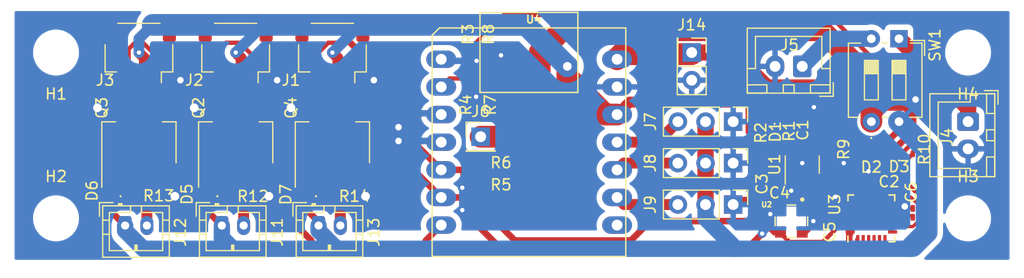
<source format=kicad_pcb>
(kicad_pcb (version 20211014) (generator pcbnew)
  (layers (0 "F.Cu" signal) (31 "B.Cu" signal) (34 "B.Paste" user) (35 "F.Paste" user) (36 "B.SilkS" user "B.Silkscreen") (37 "F.SilkS" user "F.Silkscreen") (38 "B.Mask" user) (39 "F.Mask" user) (44 "Edge.Cuts" user))
  (net 0 "")
  (net 1 "VUSB")
  (net 2 "GND")
  (net 3 "+3.3V")
  (net 4 "DIP_1b")
  (net 5 "Net-(C5-Pad1)")
  (net 6 "Net-(C6-Pad1)")
  (net 7 "Net-(D1-Pad1)")
  (net 8 "Net-(D2-Pad1)")
  (net 9 "Net-(D3-Pad1)")
  (net 10 "DIP_2b")
  (net 11 "Net-(D5-Pad1)")
  (net 12 "Net-(D6-Pad1)")
  (net 13 "Net-(D7-Pad1)")
  (net 14 "SDA")
  (net 15 "SCL")
  (net 16 "DIP_1a")
  (net 17 "DIP_2a")
  (net 18 "Servo1")
  (net 19 "Servo2")
  (net 20 "Servo3")
  (net 21 "Net-(J11-Pad2)")
  (net 22 "Net-(J12-Pad2)")
  (net 23 "Net-(J13-Pad2)")
  (net 24 "OUT1")
  (net 25 "OUT3")
  (net 26 "OUT2")
  (net 27 "OUT4")
  (net 28 "Net-(R1-Pad1)")
  (net 29 "STAT")
  (net 30 "MON_BAT_POWER")
  (net 31 "MON_BAT_uC")
  (footprint "LED_SMD:LED_0201_0603Metric_Pad0.64x0.40mm_HandSolder" (layer "F.Cu") (at 176.53 100.33 -90)
    (fp_text reference "D2")
    (fp_text value "LED")
  )
  (footprint "Resistor_SMD:R_0201_0603Metric_Pad0.64x0.40mm_HandSolder" (layer "F.Cu") (at 175.26 100.33 -90)
    (fp_text reference "R9")
    (fp_text value "1k")
  )
  (footprint "Connector_PinHeader_2.54mm:PinHeader_1x03_P2.54mm_Vertical" (layer "F.Cu") (at 163.83 101.6 -90)
    (fp_text reference "J8")
    (fp_text value "Conn_01x03")
  )
  (footprint "MountingHole:MountingHole_3.2mm_M3_ISO7380" (layer "F.Cu") (at 185.42 91.44)
    (fp_text reference "H4")
    (fp_text value "MountingHole")
  )
  (footprint "MountingHole:MountingHole_3.2mm_M3_ISO7380" (layer "F.Cu") (at 101.6 106.68)
    (fp_text reference "H2")
    (fp_text value "MountingHole")
  )
  (footprint "LED_SMD:LED_0201_0603Metric_Pad0.64x0.40mm_HandSolder" (layer "F.Cu") (at 106.5015 104.648 180)
    (fp_text reference "D6")
    (fp_text value "LED")
  )
  (footprint "Resistor_SMD:R_0201_0603Metric_Pad0.64x0.40mm_HandSolder" (layer "F.Cu") (at 139.446 91.694 -90)
    (fp_text reference "R3")
    (fp_text value "10K")
  )
  (footprint "Project_custom:MOUDLE14P-SMD-2.54-21X17.8MM" (layer "F.Cu") (at 136.164 110.17925)
    (fp_text reference "U4")
    (fp_text value "MOUDLE-SEEEDUINO-XIAO-ESP32C3")
  )
  (footprint "MountingHole:MountingHole_3.2mm_M3_ISO7380" (layer "F.Cu") (at 101.6 91.44)
    (fp_text reference "H1")
    (fp_text value "MountingHole")
  )
  (footprint "Connector_PinHeader_2.54mm:PinHeader_1x01_P2.54mm_Vertical" (layer "F.Cu") (at 140.620819 99.176647)
    (fp_text reference "J6")
    (fp_text value "BAT_PCB+")
  )
  (footprint "Project_custom:TE_MS563702BA03-50" (layer "F.Cu") (at 169.18 106.95 -90)
    (fp_text reference "U2")
    (fp_text value "MS563702BA03-50")
  )
  (footprint "Connector_JST:JST_XH_B2B-XH-A_1x02_P2.50mm_Vertical" (layer "F.Cu") (at 170.18 92.71 180)
    (fp_text reference "J5")
    (fp_text value "BAT_uC")
  )
  (footprint "Resistor_SMD:R_0201_0603Metric_Pad0.64x0.40mm_HandSolder" (layer "F.Cu") (at 108.5335 104.648)
    (fp_text reference "R13")
    (fp_text value "1k")
  )
  (footprint "LED_SMD:LED_0201_0603Metric_Pad0.64x0.40mm_HandSolder" (layer "F.Cu") (at 124.46 104.648 180)
    (fp_text reference "D7")
    (fp_text value "LED")
  )
  (footprint "Resistor_SMD:R_0201_0603Metric_Pad0.64x0.40mm_HandSolder" (layer "F.Cu") (at 141.224 91.694 90)
    (fp_text reference "R8")
    (fp_text value "10K")
  )
  (footprint "Connector_JST:JST_PH_B2B-PH-K_1x02_P2.00mm_Vertical" (layer "F.Cu") (at 125.73 107.34)
    (fp_text reference "J13")
    (fp_text value "Conn_01x02")
  )
  (footprint "Connector_PinHeader_2.54mm:PinHeader_2x01_P2.54mm_Vertical" (layer "F.Cu") (at 160.02 91.44 -90)
    (fp_text reference "J14")
    (fp_text value "BAT_CHARGE")
  )
  (footprint "Resistor_SMD:R_0201_0603Metric_Pad0.64x0.40mm_HandSolder" (layer "F.Cu") (at 168.91 96.897888 90)
    (fp_text reference "R1")
    (fp_text value "3.3k")
  )
  (footprint "Connector_JST:JST_SH_SM04B-SRSS-TB_1x04-1MP_P1.00mm_Horizontal" (layer "F.Cu") (at 118.11 91.44 180)
    (fp_text reference "J2")
    (fp_text value "QWIIC")
  )
  (footprint "Connector_JST:JST_PH_B2B-PH-K_1x02_P2.00mm_Vertical" (layer "F.Cu") (at 116.84 107.34)
    (fp_text reference "J11")
    (fp_text value "Conn_01x02")
  )
  (footprint "Resistor_SMD:R_0201_0603Metric_Pad0.64x0.40mm_HandSolder" (layer "F.Cu") (at 142.494 104.648)
    (fp_text reference "R5")
    (fp_text value "10k")
  )
  (footprint "Resistor_SMD:R_0201_0603Metric_Pad0.64x0.40mm_HandSolder" (layer "F.Cu") (at 142.494 102.616)
    (fp_text reference "R6")
    (fp_text value "10k")
  )
  (footprint "Capacitor_SMD:C_0201_0603Metric_Pad0.64x0.40mm_HandSolder" (layer "F.Cu") (at 170.631278 104.338104 180)
    (fp_text reference "C4")
    (fp_text value "4.7uF")
  )
  (footprint "Package_TO_SOT_SMD:SOT-223" (layer "F.Cu") (at 127 99.72 90)
    (fp_text reference "Q4")
    (fp_text value "BSP75N")
  )
  (footprint "Sensor_Motion:InvenSense_QFN-24_4x4mm_P0.5mm" (layer "F.Cu") (at 176.53 106.68 90)
    (fp_text reference "U3")
    (fp_text value "MPU-6050")
  )
  (footprint "Button_Switch_THT:SW_DIP_SPSTx02_Slide_6.7x6.64mm_W7.62mm_P2.54mm_LowProfile" (layer "F.Cu") (at 179.07 90.17 -90)
    (fp_text reference "SW1")
    (fp_text value "SW_DIP_x02")
  )
  (footprint "Connector_JST:JST_XH_B2B-XH-A_1x02_P2.50mm_Vertical" (layer "F.Cu") (at 185.42 97.79 -90)
    (fp_text reference "J4")
    (fp_text value "BAT_POWER")
  )
  (footprint "Resistor_SMD:R_0201_0603Metric_Pad0.64x0.40mm_HandSolder" (layer "F.Cu") (at 117.348 104.648)
    (fp_text reference "R12")
    (fp_text value "1k")
  )
  (footprint "Package_TO_SOT_SMD:SOT-223" (layer "F.Cu") (at 118.11 99.72 90)
    (fp_text reference "Q2")
    (fp_text value "BSP75N")
  )
  (footprint "Resistor_SMD:R_0201_0603Metric_Pad0.64x0.40mm_HandSolder" (layer "F.Cu") (at 166.37 96.9525 -90)
    (fp_text reference "R2")
    (fp_text value "470")
  )
  (footprint "Connector_PinHeader_2.54mm:PinHeader_1x03_P2.54mm_Vertical" (layer "F.Cu") (at 163.83 97.79 -90)
    (fp_text reference "J7")
    (fp_text value "Conn_01x03")
  )
  (footprint "Capacitor_SMD:C_0201_0603Metric_Pad0.64x0.40mm_HandSolder" (layer "F.Cu") (at 172.212 106.426 -90)
    (fp_text reference "C5")
    (fp_text value "2.2nF")
  )
  (footprint "LED_SMD:LED_0201_0603Metric_Pad0.64x0.40mm_HandSolder" (layer "F.Cu") (at 115.3915 104.648 180)
    (fp_text reference "D5")
    (fp_text value "LED")
  )
  (footprint "Resistor_SMD:R_0201_0603Metric_Pad0.64x0.40mm_HandSolder" (layer "F.Cu") (at 141.224 94.234 90)
    (fp_text reference "R7")
    (fp_text value "10K")
  )
  (footprint "Package_TO_SOT_SMD:SOT-23-5" (layer "F.Cu") (at 170.18 101.7325 90)
    (fp_text reference "U1")
    (fp_text value "MCP73831-2-OT")
  )
  (footprint "Resistor_SMD:R_0201_0603Metric_Pad0.64x0.40mm_HandSolder" (layer "F.Cu") (at 180.34 100.33 -90)
    (fp_text reference "R10")
    (fp_text value "1k")
  )
  (footprint "Connector_JST:JST_SH_SM04B-SRSS-TB_1x04-1MP_P1.00mm_Horizontal" (layer "F.Cu") (at 127 91.44 180)
    (fp_text reference "J1")
    (fp_text value "QWIIC")
  )
  (footprint "Capacitor_SMD:C_0201_0603Metric_Pad0.64x0.40mm_HandSolder" (layer "F.Cu") (at 170.18 96.9525 90)
    (fp_text reference "C1")
    (fp_text value "4.7uF")
  )
  (footprint "LED_SMD:LED_0201_0603Metric_Pad0.64x0.40mm_HandSolder" (layer "F.Cu") (at 179.07 100.33 90)
    (fp_text reference "D3")
    (fp_text value "LED")
  )
  (footprint "MountingHole:MountingHole_3.2mm_M3_ISO7380" (layer "F.Cu") (at 185.42 106.68)
    (fp_text reference "H3")
    (fp_text value "MountingHole")
  )
  (footprint "Package_TO_SOT_SMD:SOT-223" (layer "F.Cu") (at 109.22 99.72 90)
    (fp_text reference "Q3")
    (fp_text value "BSP75N")
  )
  (footprint "Resistor_SMD:R_0201_0603Metric_Pad0.64x0.40mm_HandSolder" (layer "F.Cu") (at 139.446 94.234 -90)
    (fp_text reference "R4")
    (fp_text value "10K")
  )
  (footprint "Capacitor_SMD:C_0201_0603Metric_Pad0.64x0.40mm_HandSolder" (layer "F.Cu") (at 180.34 106.172 90)
    (fp_text reference "C6")
    (fp_text value "100nF")
  )
  (footprint "Connector_PinHeader_2.54mm:PinHeader_1x03_P2.54mm_Vertical" (layer "F.Cu") (at 163.83 105.41 -90)
    (fp_text reference "J9")
    (fp_text value "Conn_01x03")
  )
  (footprint "Capacitor_SMD:C_0201_0603Metric_Pad0.64x0.40mm_HandSolder" (layer "F.Cu") (at 176.035151 103.229216 180)
    (fp_text reference "C2")
    (fp_text value "100nF")
  )
  (footprint "Connector_JST:JST_PH_B2B-PH-K_1x02_P2.00mm_Vertical" (layer "F.Cu") (at 107.95 107.34)
    (fp_text reference "J12")
    (fp_text value "Conn_01x02")
  )
  (footprint "LED_SMD:LED_0201_0603Metric_Pad0.64x0.40mm_HandSolder" (layer "F.Cu") (at 167.64 96.9525 90)
    (fp_text reference "D1")
    (fp_text value "LED")
  )
  (footprint "Connector_JST:JST_SH_SM04B-SRSS-TB_1x04-1MP_P1.00mm_Horizontal" (layer "F.Cu") (at 109.22 91.44 180)
    (fp_text reference "J3")
    (fp_text value "QWIIC")
  )
  (footprint "Capacitor_SMD:C_0201_0603Metric_Pad0.64x0.40mm_HandSolder" (layer "F.Cu") (at 166.37 105.41 90)
    (fp_text reference "C3")
    (fp_text value "100nF")
  )
  (footprint "Resistor_SMD:R_0201_0603Metric_Pad0.64x0.40mm_HandSolder" (layer "F.Cu") (at 126.492 104.648)
    (fp_text reference "R14")
    (fp_text value "1k")
  )
  (segment (start 172.6 97.67) (end 172.6 99.18) (width 1.5) (layer "F.Cu") (net 1))
  (segment (start 160.02 91.44) (end 163.714416 91.44) (width 1.5) (layer "F.Cu") (net 1))
  (segment (start 166.934416 94.66) (end 166.934416 95.814416) (width 0.6) (layer "F.Cu") (net 1))
  (segment (start 153.164 91.946) (end 153.52 91.59) (width 2) (layer "F.Cu") (net 1))
  (segment (start 153.164 92.05925) (end 153.164 91.946) (width 2) (layer "F.Cu") (net 1))
  (segment (start 172.2925 97.3625) (end 170.18 97.3625) (width 0.6) (layer "F.Cu") (net 1))
  (segment (start 172.6 97.67) (end 172.2925 97.3625) (width 0.6) (layer "F.Cu") (net 1))
  (segment (start 172.6 99.18) (end 171.45 100.33) (width 1.5) (layer "F.Cu") (net 1))
  (segment (start 172.13 94.66) (end 172.6 95.13) (width 1.5) (layer "F.Cu") (net 1))
  (segment (start 163.714416 91.44) (end 166.934416 94.66) (width 1.5) (layer "F.Cu") (net 1))
  (segment (start 166.934416 94.66) (end 172.13 94.66) (width 1.5) (layer "F.Cu") (net 1))
  (segment (start 166.934416 95.814416) (end 167.64 96.52) (width 0.6) (layer "F.Cu") (net 1))
  (segment (start 172.6 95.13) (end 172.6 97.67) (width 1.5) (layer "F.Cu") (net 1))
  (segment (start 153.52 91.59) (end 160.02 91.59) (width 2) (layer "F.Cu") (net 1))
  (segment (start 141.224 91.2865) (end 142.0865 91.2865) (width 0.6) (layer "F.Cu") (net 2))
  (segment (start 170.404264 107.95) (end 171.196 107.158264) (width 0.6) (layer "F.Cu") (net 2))
  (segment (start 163.83 105.41) (end 164.24 105) (width 0.6) (layer "F.Cu") (net 2))
  (segment (start 118.11 96.52) (end 114.3 96.52) (width 1) (layer "F.Cu") (net 2))
  (segment (start 170.223778 104.338104) (end 169.362104 104.338104) (width 0.4) (layer "F.Cu") (net 2))
  (segment (start 110.72 93.44) (end 112.49 93.44) (width 0.6) (layer "F.Cu") (net 2))
  (segment (start 109.22 96.57) (end 105.46 96.57) (width 1) (layer "F.Cu") (net 2))
  (segment (start 178.48 105.93) (end 179.251312 105.93) (width 0.3) (layer "F.Cu") (net 2))
  (segment (start 179.251312 105.93) (end 179.600812 105.5805) (width 0.3) (layer "F.Cu") (net 2))
  (segment (start 170.18 102.87) (end 170.18 101.6) (width 0.4) (layer "F.Cu") (net 2))
  (segment (start 170.18 107.95) (end 170.404264 107.95) (width 0.6) (layer "F.Cu") (net 2))
  (segment (start 120.41 103.9) (end 121.158 104.648) (width 1.5) (layer "F.Cu") (net 2))
  (segment (start 171.196 106.934) (end 171.294 106.836) (width 0.6) (layer "F.Cu") (net 2))
  (segment (start 130.27 93.44) (end 130.81 93.98) (width 0.6) (layer "F.Cu") (net 2))
  (segment (start 175.28 104.73) (end 173.2535 104.73) (width 0.3) (layer "F.Cu") (net 2))
  (segment (start 105.46 96.57) (end 105.41 96.52) (width 1) (layer "F.Cu") (net 2))
  (segment (start 178.7155 102.362) (end 176.276 102.362) (width 0.4) (layer "F.Cu") (net 2))
  (segment (start 168.91 96.490388) (end 170.125388 96.490388) (width 0.4) (layer "F.Cu") (net 2))
  (segment (start 118.11 96.57) (end 118.11 96.52) (width 1) (layer "F.Cu") (net 2))
  (segment (start 142.0865 91.2865) (end 142.494 91.694) (width 0.6) (layer "F.Cu") (net 2))
  (segment (start 175.26 100.7375) (end 174.8525 100.7375) (width 0.4) (layer "F.Cu") (net 2))
  (segment (start 180.34 105.7645) (end 179.784812 105.7645) (width 0.3) (layer "F.Cu") (net 2))
  (segment (start 111.52 102.87) (end 111.52 103.646) (width 1.5) (layer "F.Cu") (net 2))
  (segment (start 171.294 106.836) (end 172.212 106.836) (width 0.6) (layer "F.Cu") (net 2))
  (segment (start 139.446 94.6415) (end 139.446 94.742) (width 0.4) (layer "F.Cu") (net 2))
  (segment (start 179.784812 105.7645) (end 179.600812 105.5805) (width 0.3) (layer "F.Cu") (net 2))
  (segment (start 164.24 105) (end 166.37 105) (width 0.6) (layer "F.Cu") (net 2))
  (segment (start 175.38 109.455) (end 175.23 109.305) (width 0.4) (layer "F.Cu") (net 2))
  (segment (start 111.52 103.646) (end 112.522 104.648) (width 1.5) (layer "F.Cu") (net 2))
  (segment (start 127 96.57) (end 123.24 96.57) (width 1) (layer "F.Cu") (net 2))
  (segment (start 179.104818 109.455) (end 175.38 109.455) (width 0.4) (layer "F.Cu") (net 2))
  (segment (start 119.61 93.44) (end 121.38 93.44) (width 0.6) (layer "F.Cu") (net 2))
  (segment (start 120.41 102.87) (end 120.41 103.9) (width 1.5) (layer "F.Cu") (net 2))
  (segment (start 174.8525 100.7375) (end 173.99 101.6) (width 0.4) (layer "F.Cu") (net 2))
  (segment (start 169.362104 104.338104) (end 169.164 104.14) (width 0.4) (layer "F.Cu") (net 2))
  (segment (start 178.7155 102.362) (end 181.398 105.0445) (width 0.4) (layer "F.Cu") (net 2))
  (segment (start 173.2535 104.73) (end 173.228 104.7045) (width 0.3) (layer "F.Cu") (net 2))
  (segment (start 181.398 107.161818) (end 179.104818 109.455) (width 0.4) (layer "F.Cu") (net 2))
  (segment (start 175.627651 103.229216) (end 175.627651 103.010349) (width 0.4) (layer "F.Cu") (net 2))
  (segment (start 171.1685 96.545) (end 171.2505 96.463) (width 0.4) (layer "F.Cu") (net 2))
  (segment (start 129.3 103.9) (end 130.048 104.648) (width 1.5) (layer "F.Cu") (net 2))
  (segment (start 123.24 96.57) (end 123.19 96.52) (width 1) (layer "F.Cu") (net 2))
  (segment (start 175.627651 103.010349) (end 176.276 102.362) (width 0.4) (layer "F.Cu") (net 2))
  (segment (start 170.18 96.545) (end 171.1685 96.545) (width 0.4) (layer "F.Cu") (net 2))
  (segment (start 128.5 93.44) (end 130.27 93.44) (width 0.6) (layer "F.Cu") (net 2))
  (segment (start 170.125388 96.490388) (end 170.18 96.545) (width 0.4) (layer "F.Cu") (net 2))
  (segment (start 171.196 107.158264) (end 171.196 106.934) (width 0.6) (layer "F.Cu") (net 2))
  (segment (start 139.446 94.742) (end 140.208 95.504) (width 0.6) (layer "F.Cu") (net 2))
  (segment (start 112.49 93.44) (end 113.03 93.98) (width 0.6) (layer "F.Cu") (net 2))
  (segment (start 181.398 105.0445) (end 181.398 107.161818) (width 0.4) (layer "F.Cu") (net 2))
  (segment (start 121.38 93.44) (end 121.92 93.98) (width 0.6) (layer "F.Cu") (net 2))
  (segment (start 129.3 102.87) (end 129.3 103.9) (width 1.5) (layer "F.Cu") (net 2))
  (segment (start 180.34 100.7375) (end 178.7155 102.362) (width 0.4) (layer "F.Cu") (net 2))
  (segment (start 175.23 109.305) (end 175.23 108.63) (width 0.4) (layer "F.Cu") (net 2))
  (via (at 171.2505 96.463) (size 0.8) (drill 0.4) (layers "F.Cu" "B.Cu") (net 2))
  (via (at 169.164 104.14) (size 0.8) (drill 0.4) (layers "F.Cu" "B.Cu") (net 2))
  (via (at 173.228 104.7045) (size 0.8) (drill 0.4) (layers "F.Cu" "B.Cu") (net 2))
  (via (at 170.18 101.6) (size 0.8) (drill 0.4) (layers "F.Cu" "B.Cu") (net 2))
  (via (at 112.522 104.648) (size 1.5) (drill 0.8) (layers "F.Cu" "B.Cu") (net 2))
  (via (at 113.03 93.98) (size 1) (drill 0.6) (layers "F.Cu" "B.Cu") (net 2))
  (via (at 114.3 96.52) (size 1.5) (drill 0.8) (layers "F.Cu" "B.Cu") (net 2))
  (via (at 173.99 101.6) (size 0.8) (drill 0.4) (layers "F.Cu" "B.Cu") (net 2))
  (via (at 130.048 104.648) (size 1.5) (drill 0.8) (layers "F.Cu" "B.Cu") (net 2))
  (via (at 179.600812 105.5805) (size 1) (drill 0.6) (layers "F.Cu" "B.Cu") (net 2))
  (via (at 171.196 106.934) (size 0.8) (drill 0.4) (layers "F.Cu" "B.Cu") (net 2))
  (via (at 123.19 96.52) (size 1.5) (drill 0.8) (layers "F.Cu" "B.Cu") (net 2))
  (via (at 121.92 93.98) (size 1) (drill 0.6) (layers "F.Cu" "B.Cu") (net 2))
  (via (at 105.41 96.52) (size 1.5) (drill 0.8) (layers "F.Cu" "B.Cu") (net 2))
  (via (at 140.208 95.504) (size 0.8) (drill 0.4) (layers "F.Cu" "B.Cu") (net 2))
  (via (at 142.494 91.694) (size 0.8) (drill 0.4) (layers "F.Cu" "B.Cu") (net 2))
  (via (at 176.276 102.362) (size 0.8) (drill 0.4) (layers "F.Cu" "B.Cu") (net 2))
  (via (at 121.158 104.648) (size 1.5) (drill 0.8) (layers "F.Cu" "B.Cu") (net 2))
  (via (at 130.81 93.98) (size 1) (drill 0.6) (layers "F.Cu" "B.Cu") (net 2))
  (segment (start 165.47 98.668) (end 167.132 100.33) (width 1) (layer "F.Cu") (net 3))
  (segment (start 171.351489 105.05) (end 171.08 105.05) (width 0.4) (layer "F.Cu") (net 3))
  (segment (start 148.59 93.638934) (end 148.59 92.71) (width 2) (layer "F.Cu") (net 3))
  (segment (start 177.78 104.73) (end 177.78 104.203959) (width 0.3) (layer "F.Cu") (net 3))
  (segment (start 176.442651 103.465349) (end 176.003 103.905) (width 0.4) (layer "F.Cu") (net 3))
  (segment (start 177.78 104.203959) (end 176.805257 103.229216) (width 0.3) (layer "F.Cu") (net 3))
  (segment (start 180.352 107.43) (end 178.48 107.43) (width 0.3) (layer "F.Cu") (net 3))
  (segment (start 180.848 106.934) (end 180.352 107.43) (width 0.3) (layer "F.Cu") (net 3))
  (segment (start 165.47 96.128) (end 165.47 98.668) (width 1) (layer "F.Cu") (net 3))
  (segment (start 127.5 91.94) (end 127.5 93.44) (width 1) (layer "F.Cu") (net 3))
  (segment (start 168.18 104.68) (end 168.55 105.05) (width 0.4) (layer "F.Cu") (net 3))
  (segment (start 152.090316 97.13925) (end 149.649533 94.698467) (width 2) (layer "F.Cu") (net 3))
  (segment (start 177.78 104.73) (end 180.168 104.73) (width 0.3) (layer "F.Cu") (net 3))
  (segment (start 166.37 105.8175) (end 166.579607 105.8175) (width 0.4) (layer "F.Cu") (net 3))
  (segment (start 109.72 91.94) (end 109.72 93.44) (width 1) (layer "F.Cu") (net 3))
  (segment (start 167.132 103.632) (end 168.18 104.68) (width 1) (layer "F.Cu") (net 3))
  (segment (start 118.11 91.44) (end 118.61 91.94) (width 1) (layer "F.Cu") (net 3))
  (segment (start 172.496489 103.905) (end 171.351489 105.05) (width 0.4) (layer "F.Cu") (net 3))
  (segment (start 167.717107 104.68) (end 168.18 104.68) (width 0.4) (layer "F.Cu") (net 3))
  (segment (start 166.579607 105.8175) (end 167.717107 104.68) (width 0.4) (layer "F.Cu") (net 3))
  (segment (start 149.649533 94.698467) (end 149.649533 95.870467) (width 0.6) (layer "F.Cu") (net 3))
  (segment (start 127 91.44) (end 127.5 91.94) (width 1) (layer "F.Cu") (net 3))
  (segment (start 171.08 105.05) (end 170.18 105.95) (width 0.4) (layer "F.Cu") (net 3))
  (segment (start 169.82 105.05) (end 170.18 105.41) (width 0.4) (layer "F.Cu") (net 3))
  (segment (start 180.168 104.73) (end 180.848 105.41) (width 0.3) (layer "F.Cu") (net 3))
  (segment (start 168.55 105.05) (end 169.82 105.05) (width 0.4) (layer "F.Cu") (net 3))
  (segment (start 167.132 100.33) (end 167.132 103.632) (width 1) (layer "F.Cu") (net 3))
  (segment (start 176.003 103.905) (end 172.496489 103.905) (width 0.4) (layer "F.Cu") (net 3))
  (segment (start 154.307121 95.996129) (end 165.338129 95.996129) (width 1) (layer "F.Cu") (net 3))
  (segment (start 176.442651 103.229216) (end 176.442651 103.465349) (width 0.4) (layer "F.Cu") (net 3))
  (segment (start 170.18 105.41) (end 170.18 105.95) (width 0.4) (layer "F.Cu") (net 3))
  (segment (start 118.61 91.94) (end 118.61 93.44) (width 1) (layer "F.Cu") (net 3))
  (segment (start 176.805257 103.229216) (end 176.442651 103.229216) (width 0.3) (layer "F.Cu") (net 3))
  (segment (start 149.649533 94.698467) (end 148.59 93.638934) (width 2) (layer "F.Cu") (net 3))
  (segment (start 109.22 91.44) (end 109.72 91.94) (width 1) (layer "F.Cu") (net 3))
  (segment (start 149.649533 95.870467) (end 142.904 102.616) (width 0.6) (layer "F.Cu") (net 3))
  (segment (start 153.164 97.13925) (end 152.090316 97.13925) (width 2) (layer "F.Cu") (net 3))
  (segment (start 142.9015 102.616) (end 142.9015 104.648) (width 0.4) (layer "F.Cu") (net 3))
  (segment (start 153.164 97.13925) (end 154.307121 95.996129) (width 1) (layer "F.Cu") (net 3))
  (segment (start 165.338129 95.996129) (end 165.47 96.128) (width 1) (layer "F.Cu") (net 3))
  (segment (start 180.848 105.41) (end 180.848 106.934) (width 0.3) (layer "F.Cu") (net 3))
  (via (at 127 91.44) (size 0.8) (drill 0.4) (layers "F.Cu" "B.Cu") (net 3))
  (via (at 148.59 92.71) (size 1.5) (drill 0.8) (layers "F.Cu" "B.Cu") (net 3))
  (via (at 118.11 91.44) (size 0.8) (drill 0.4) (layers "F.Cu" "B.Cu") (net 3))
  (via (at 109.22 91.44) (size 0.8) (drill 0.4) (layers "F.Cu" "B.Cu") (net 3))
  (segment (start 110.49 88.9) (end 120.65 88.9) (width 2) (layer "B.Cu") (net 3))
  (segment (start 109.22 90.17) (end 109.22 91.44) (width 1) (layer "B.Cu") (net 3))
  (segment (start 148.59 92.71) (end 144.78 88.9) (width 2) (layer "B.Cu") (net 3))
  (segment (start 120.65 88.9) (end 118.11 91.44) (width 1) (layer "B.Cu") (net 3))
  (segment (start 110.49 88.9) (end 109.22 90.17) (width 1) (layer "B.Cu") (net 3))
  (segment (start 129.54 88.9) (end 127 91.44) (width 1) (layer "B.Cu") (net 3))
  (segment (start 129.54 88.9) (end 144.78 88.9) (width 2) (layer "B.Cu") (net 3))
  (segment (start 120.65 88.9) (end 129.54 88.9) (width 2) (layer "B.Cu") (net 3))
  (segment (start 142.7425 87.99) (end 172.652943 87.99) (width 0.4) (layer "F.Cu") (net 4))
  (segment (start 124.05 105.312) (end 124.05 104.648) (width 0.6) (layer "F.Cu") (net 4))
  (segment (start 124.05 105.312) (end 125.73 106.992) (width 0.6) (layer "F.Cu") (net 4))
  (segment (start 106.0915 105.4815) (end 106.0915 104.648) (width 0.6) (layer "F.Cu") (net 4))
  (segment (start 171.13 104.246882) (end 171.038778 104.338104) (width 0.4) (layer "F.Cu") (net 4))
  (segment (start 139.446 91.2865) (end 142.7425 87.99) (width 0.4) (layer "F.Cu") (net 4))
  (segment (start 171.13 102.87) (end 174.4 102.87) (width 0.6) (layer "F.Cu") (net 4))
  (segment (start 172.652943 87.99) (end 180.420943 95.758) (width 0.4) (layer "F.Cu") (net 4))
  (segment (start 179.07 98.548528) (end 176.878528 100.74) (width 0.6) (layer "F.Cu") (net 4))
  (segment (start 179.07 97.79) (end 179.07 98.548528) (width 0.6) (layer "F.Cu") (net 4))
  (segment (start 161.29 101.6) (end 161.29 105.41) (width 1.5) (layer "F.Cu") (net 4))
  (segment (start 161.29 97.79) (end 161.29 101.6) (width 1.5) (layer "F.Cu") (net 4))
  (segment (start 176.878528 100.74) (end 176.53 100.74) (width 0.6) (layer "F.Cu") (net 4))
  (segment (start 174.4 102.87) (end 176.53 100.74) (width 0.6) (layer "F.Cu") (net 4))
  (segment (start 125.73 106.992) (end 125.73 107.34) (width 0.6) (layer "F.Cu") (net 4))
  (segment (start 114.9815 105.4815) (end 114.9815 104.648) (width 0.6) (layer "F.Cu") (net 4))
  (segment (start 171.13 102.87) (end 171.13 104.246882) (width 0.4) (layer "F.Cu") (net 4))
  (segment (start 180.420943 95.758) (end 180.594 95.758) (width 0.4) (layer "F.Cu") (net 4))
  (segment (start 116.84 107.34) (end 114.9815 105.4815) (width 0.6) (layer "F.Cu") (net 4))
  (segment (start 107.95 107.34) (end 106.0915 105.4815) (width 0.6) (layer "F.Cu") (net 4))
  (via (at 180.594 95.758) (size 1) (drill 0.6) (layers "F.Cu" "B.Cu") (net 4))
  (segment (start 116.84 108.458) (end 117.856 109.474) (width 1.5) (layer "B.Cu") (net 4))
  (segment (start 181.61 107.95) (end 180.34 109.22) (width 2) (layer "B.Cu") (net 4))
  (segment (start 116.84 107.34) (end 116.84 108.458) (width 1.5) (layer "B.Cu") (net 4))
  (segment (start 180.594 95.758) (end 180.594 96.266) (width 0.4) (layer "B.Cu") (net 4))
  (segment (start 180.34 109.22) (end 180.086 109.474) (width 1.5) (layer "B.Cu") (net 4))
  (segment (start 109.616969 109.474) (end 107.95 107.807031) (width 1.5) (layer "B.Cu") (net 4))
  (segment (start 161.29 106.68) (end 164.084 109.474) (width 1.5) (layer "B.Cu") (net 4))
  (segment (start 125.73 107.807031) (end 127.254 109.331031) (width 1.5) (layer "B.Cu") (net 4))
  (segment (start 180.594 96.266) (end 179.07 97.79) (width 0.4) (layer "B.Cu") (net 4))
  (segment (start 164.084 109.474) (end 127.254 109.474) (width 1.5) (layer "B.Cu") (net 4))
  (segment (start 179.07 97.79) (end 181.61 100.33) (width 2) (layer "B.Cu") (net 4))
  (segment (start 180.086 109.474) (end 164.084 109.474) (width 1.5) (layer "B.Cu") (net 4))
  (segment (start 161.29 105.41) (end 161.29 106.68) (width 1.5) (layer "B.Cu") (net 4))
  (segment (start 125.73 107.34) (end 125.73 107.807031) (width 1.5) (layer "B.Cu") (net 4))
  (segment (start 181.61 100.33) (end 181.61 107.95) (width 2) (layer "B.Cu") (net 4))
  (segment (start 107.95 107.807031) (end 107.95 107.34) (width 1.5) (layer "B.Cu") (net 4))
  (segment (start 127.254 109.474) (end 117.856 109.474) (width 1.5) (layer "B.Cu") (net 4))
  (segment (start 127.254 109.331031) (end 127.254 109.474) (width 1.5) (layer "B.Cu") (net 4))
  (segment (start 117.856 109.474) (end 109.616969 109.474) (width 1.5) (layer "B.Cu") (net 4))
  (segment (start 174.58 105.93) (end 172.3005 105.93) (width 0.3) (layer "F.Cu") (net 5))
  (segment (start 172.3005 105.93) (end 172.212 106.0185) (width 0.3) (layer "F.Cu") (net 5))
  (segment (start 180.1905 106.43) (end 180.34 106.5795) (width 0.3) (layer "F.Cu") (net 6))
  (segment (start 178.48 106.43) (end 180.1905 106.43) (width 0.3) (layer "F.Cu") (net 6))
  (segment (start 166.37 96.545) (end 166.579607 96.545) (width 0.4) (layer "F.Cu") (net 7))
  (segment (start 167.394607 97.36) (end 167.64 97.36) (width 0.4) (layer "F.Cu") (net 7))
  (segment (start 166.579607 96.545) (end 167.394607 97.36) (width 0.4) (layer "F.Cu") (net 7))
  (segment (start 175.26 99.9225) (end 176.53 99.9225) (width 0.4) (layer "F.Cu") (net 8))
  (segment (start 180.130393 99.9225) (end 180.34 99.9225) (width 0.4) (layer "F.Cu") (net 9))
  (segment (start 179.07 100.7375) (end 179.315393 100.7375) (width 0.4) (layer "F.Cu") (net 9))
  (segment (start 179.315393 100.7375) (end 180.130393 99.9225) (width 0.4) (layer "F.Cu") (net 9))
  (segment (start 180.37 98.6225) (end 179.0725 99.92) (width 0.6) (layer "F.Cu") (net 10))
  (segment (start 148.1 89.39) (end 146.05 91.44) (width 2) (layer "F.Cu") (net 10))
  (segment (start 176.53 97.79) (end 176.53 93.98) (width 2) (layer "F.Cu") (net 10))
  (segment (start 176.53 97.79) (end 177.83 96.49) (width 0.6) (layer "F.Cu") (net 10))
  (segment (start 171.94 89.39) (end 148.1 89.39) (width 2) (layer "F.Cu") (net 10))
  (segment (start 176.53 93.98) (end 171.94 89.39) (width 2) (layer "F.Cu") (net 10))
  (segment (start 141.224 94.6415) (end 143.1025 96.52) (width 0.4) (layer "F.Cu") (net 10))
  (segment (start 146.05 91.44) (end 146.05 96.52) (width 2) (layer "F.Cu") (net 10))
  (segment (start 179.608478 96.49) (end 180.37 97.251522) (width 0.6) (layer "F.Cu") (net 10))
  (segment (start 180.37 97.251522) (end 180.37 98.6225) (width 0.6) (layer "F.Cu") (net 10))
  (segment (start 177.83 96.49) (end 179.608478 96.49) (width 0.6) (layer "F.Cu") (net 10))
  (segment (start 146.05 96.52) (end 143.393353 99.176647) (width 2) (layer "F.Cu") (net 10))
  (segment (start 179.0725 99.92) (end 179.07 99.92) (width 0.6) (layer "F.Cu") (net 10))
  (segment (start 143.393353 99.176647) (end 140.620819 99.176647) (width 2) (layer "F.Cu") (net 10))
  (segment (start 143.1025 96.52) (end 146.05 96.52) (width 0.4) (layer "F.Cu") (net 10))
  (segment (start 115.799 104.648) (end 116.9405 104.648) (width 0.4) (layer "F.Cu") (net 11))
  (segment (start 106.909 104.648) (end 108.126 104.648) (width 0.4) (layer "F.Cu") (net 12))
  (segment (start 124.8675 104.648) (end 126.0845 104.648) (width 0.4) (layer "F.Cu") (net 13))
  (segment (start 116.332 91.44) (end 117.61 92.718) (width 0.4) (layer "F.Cu") (net 14))
  (segment (start 126.5 92.718) (end 126.5 93.44) (width 0.4) (layer "F.Cu") (net 14))
  (segment (start 125.476 91.694) (end 119.636792 91.694) (width 0.4) (layer "F.Cu") (net 14))
  (segment (start 131.082793 92.98) (end 128.642793 90.54) (width 0.6) (layer "F.Cu") (net 14))
  (segment (start 164.846 109.728) (end 164.592 109.728) (width 0.6) (layer "F.Cu") (net 14))
  (segment (start 167.577771 105.95) (end 167.243885 106.283886) (width 0.6) (layer "F.Cu") (net 14))
  (segment (start 108.963208 90.424) (end 108.27 91.117208) (width 0.4) (layer "F.Cu") (net 14))
  (segment (start 166.49456 108.07944) (end 164.846 109.728) (width 0.6) (layer "F.Cu") (net 14))
  (segment (start 134.874 100.09425) (end 134.874 96.629786) (width 0.6) (layer "F.Cu") (net 14))
  (segment (start 142.084 102.6135) (end 142.084 102.616) (width 0.6) (layer "F.Cu") (net 14))
  (segment (start 134.874 96.629786) (end 131.224214 92.98) (width 0.6) (layer "F.Cu") (net 14))
  (segment (start 116.332 91.44) (end 110.492792 91.44) (width 0.4) (layer "F.Cu") (net 14))
  (segment (start 110.492792 91.44) (end 109.476792 90.424) (width 0.4) (layer "F.Cu") (net 14))
  (segment (start 108.27 92.437183) (end 108.72 92.887183) (width 0.4) (layer "F.Cu") (net 14))
  (segment (start 136.999 102.21925) (end 134.874 100.09425) (width 0.6) (layer "F.Cu") (net 14))
  (segment (start 164.592 109.728) (end 174.498 109.728) (width 0.6) (layer "F.Cu") (net 14))
  (segment (start 125.476 91.694) (end 126.5 92.718) (width 0.4) (layer "F.Cu") (net 14))
  (segment (start 139.04925 102.21925) (end 139.04925 103.7485) (width 0.6) (layer "F.Cu") (net 14))
  (segment (start 138.938 105.918) (end 142.748 109.728) (width 0.6) (layer "F.Cu") (net 14))
  (segment (start 117.232 90.54) (end 116.332 91.44) (width 0.4) (layer "F.Cu") (net 14))
  (segment (start 131.224214 92.98) (end 131.082793 92.98) (width 0.6) (layer "F.Cu") (net 14))
  (segment (start 108.27 91.117208) (end 108.27 92.437183) (width 0.4) (layer "F.Cu") (net 14))
  (segment (start 139.04925 102.21925) (end 141.68975 102.21925) (width 0.6) (layer "F.Cu") (net 14))
  (segment (start 141.68975 102.21925) (end 142.084 102.6135) (width 0.6) (layer "F.Cu") (net 14))
  (segment (start 119.636792 91.694) (end 118.482792 90.54) (width 0.4) (layer "F.Cu") (net 14))
  (segment (start 139.04925 103.7485) (end 138.938 103.85975) (width 0.6) (layer "F.Cu") (net 14))
  (segment (start 117.61 92.718) (end 117.61 93.44) (width 0.4) (layer "F.Cu") (net 14))
  (segment (start 126.627208 90.54) (end 125.476 91.691208) (width 0.4) (layer "F.Cu") (net 14))
  (segment (start 168.18 105.95) (end 167.577771 105.95) (width 0.6) (layer "F.Cu") (net 14))
  (segment (start 108.72 92.887183) (end 108.72 93.44) (width 0.4) (layer "F.Cu") (net 14))
  (segment (start 118.482792 90.54) (end 117.232 90.54) (width 0.4) (layer "F.Cu") (net 14))
  (segment (start 128.642793 90.54) (end 126.627208 90.54) (width 0.4) (layer "F.Cu") (net 14))
  (segment (start 174.498 108.162) (end 174.58 108.08) (width 0.6) (layer "F.Cu") (net 14))
  (segment (start 125.476 91.691208) (end 125.476 91.694) (width 0.4) (layer "F.Cu") (net 14))
  (segment (start 174.498 109.728) (end 174.498 108.162) (width 0.6) (layer "F.Cu") (net 14))
  (segment (start 142.748 109.728) (end 164.592 109.728) (width 0.6) (layer "F.Cu") (net 14))
  (segment (start 136.999 102.21925) (end 139.04925 102.21925) (width 0.6) (layer "F.Cu") (net 14))
  (segment (start 109.476792 90.424) (end 108.963208 90.424) (width 0.4) (layer "F.Cu") (net 14))
  (via (at 167.243885 106.283886) (size 0.8) (drill 0.4) (layers "F.Cu" "B.Cu") (net 14))
  (via (at 138.938 103.85975) (size 0.8) (drill 0.4) (layers "F.Cu" "B.Cu") (net 14))
  (via (at 166.49456 108.07944) (size 0.8) (drill 0.4) (layers "F.Cu" "B.Cu") (net 14))
  (via (at 138.938 105.918) (size 0.8) (drill 0.4) (layers "F.Cu" "B.Cu") (net 14))
  (segment (start 167.243885 107.330115) (end 166.49456 108.07944) (width 0.6) (layer "B.Cu") (net 14))
  (segment (start 138.938 103.85975) (end 138.938 105.918) (width 0.6) (layer "B.Cu") (net 14))
  (segment (start 167.243885 106.283886) (end 167.243885 107.330115) (width 0.6) (layer "B.Cu") (net 14))
  (segment (start 168.18 107.95) (end 168.18 108.033374) (width 0.4) (layer "F.Cu") (net 15))
  (segment (start 143.764 108.712) (end 154.432 108.712) (width 0.6) (layer "F.Cu") (net 15))
  (segment (start 132.08 94.996) (end 125.222 94.996) (width 0.6) (layer "F.Cu") (net 15))
  (segment (start 173.482 107.442) (end 173.494 107.43) (width 0.3) (layer "F.Cu") (net 15))
  (segment (start 141.97525 104.75925) (end 142.084 104.6505) (width 0.6) (layer "F.Cu") (net 15))
  (segment (start 107.7595 94.615) (end 108.1405 94.996) (width 0.6) (layer "F.Cu") (net 15))
  (segment (start 125.5 94.718) (end 125.222 94.996) (width 0.6) (layer "F.Cu") (net 15))
  (segment (start 172.074 108.85) (end 173.482 107.442) (width 0.4) (layer "F.Cu") (net 15))
  (segment (start 167.637206 107.95) (end 168.18 107.95) (width 0.6) (layer "F.Cu") (net 15))
  (segment (start 125.222 94.996) (end 116.586 94.996) (width 0.6) (layer "F.Cu") (net 15))
  (segment (start 134.074 96.99) (end 132.08 94.996) (width 0.6) (layer "F.Cu") (net 15))
  (segment (start 156.21 106.934) (end 166.621206 106.934) (width 0.6) (layer "F.Cu") (net 15))
  (segment (start 168.996626 108.85) (end 172.074 108.85) (width 0.4) (layer "F.Cu") (net 15))
  (segment (start 116.61 94.972) (end 116.586 94.996) (width 0.6) (layer "F.Cu") (net 15))
  (segment (start 139.81125 104.75925) (end 141.97525 104.75925) (width 0.6) (layer "F.Cu") (net 15))
  (segment (start 142.084 104.6505) (end 142.084 104.648) (width 0.6) (layer "F.Cu") (net 15))
  (segment (start 167.954376 107.95) (end 168.18 107.95) (width 0.6) (layer "F.Cu") (net 15))
  (segment (start 154.432 108.712) (end 156.21 106.934) (width 0.6) (layer "F.Cu") (net 15))
  (segment (start 108.1405 94.996) (end 116.586 94.996) (width 0.6) (layer "F.Cu") (net 15))
  (segment (start 107.7595 94.615) (end 107.7595 93.4795) (width 0.6) (layer "F.Cu") (net 15))
  (segment (start 136.999 104.75925) (end 134.074 101.83425) (width 0.6) (layer "F.Cu") (net 15))
  (segment (start 173.494 107.43) (end 174.58 107.43) (width 0.3) (layer "F.Cu") (net 15))
  (segment (start 134.074 101.83425) (end 134.074 96.99) (width 0.6) (layer "F.Cu") (net 15))
  (segment (start 116.61 93.44) (end 116.61 94.972) (width 0.6) (layer "F.Cu") (net 15))
  (segment (start 166.621206 106.934) (end 167.637206 107.95) (width 0.6) (layer "F.Cu") (net 15))
  (segment (start 139.81125 104.75925) (end 143.764 108.712) (width 0.6) (layer "F.Cu") (net 15))
  (segment (start 125.5 93.44) (end 125.5 94.718) (width 0.6) (layer "F.Cu") (net 15))
  (segment (start 136.999 104.75925) (end 139.81125 104.75925) (width 0.6) (layer "F.Cu") (net 15))
  (segment (start 168.18 108.033374) (end 168.996626 108.85) (width 0.4) (layer "F.Cu") (net 15))
  (segment (start 185.42 96.52) (end 179.07 90.17) (width 1.5) (layer "F.Cu") (net 16))
  (segment (start 185.42 97.79) (end 185.42 96.52) (width 1.5) (layer "F.Cu") (net 16))
  (segment (start 172.72 90.17) (end 170.18 92.71) (width 1.5) (layer "B.Cu") (net 17))
  (segment (start 176.53 90.17) (end 172.72 90.17) (width 1.5) (layer "B.Cu") (net 17))
  (segment (start 158.75 97.79) (end 156.86075 99.67925) (width 1) (layer "F.Cu") (net 18))
  (segment (start 156.86075 99.67925) (end 153.164 99.67925) (width 1) (layer "F.Cu") (net 18))
  (segment (start 158.75 101.6) (end 153.78325 101.6) (width 1) (layer "F.Cu") (net 19))
  (segment (start 153.78325 101.6) (end 153.164 102.21925) (width 1) (layer "F.Cu") (net 19))
  (segment (start 158.75 105.41) (end 153.81475 105.41) (width 1) (layer "F.Cu") (net 20))
  (segment (start 153.81475 105.41) (end 153.164 104.75925) (width 1) (layer "F.Cu") (net 20))
  (segment (start 117.758 103.222) (end 117.758 104.648) (width 0.6) (layer "F.Cu") (net 21))
  (segment (start 118.11 102.87) (end 117.758 103.222) (width 0.6) (layer "F.Cu") (net 21))
  (segment (start 118.84 107.34) (end 118.84 105.53) (width 1) (layer "F.Cu") (net 21))
  (segment (start 118.84 105.53) (end 117.958 104.648) (width 1) (layer "F.Cu") (net 21))
  (segment (start 109.95 107.34) (end 109.95 105.4545) (width 1) (layer "F.Cu") (net 22))
  (segment (start 109.22 102.87) (end 108.9435 103.1465) (width 0.6) (layer "F.Cu") (net 22))
  (segment (start 108.9435 103.1465) (end 108.9435 104.648) (width 0.6) (layer "F.Cu") (net 22))
  (segment (start 109.95 105.4545) (end 109.1435 104.648) (width 1) (layer "F.Cu") (net 22))
  (segment (start 127.73 107.34) (end 127.73 105.276) (width 1) (layer "F.Cu") (net 23))
  (segment (start 127 102.87) (end 127 104.55) (width 0.6) (layer "F.Cu") (net 23))
  (segment (start 127.73 105.276) (end 127.102 104.648) (width 1) (layer "F.Cu") (net 23))
  (segment (start 127 104.55) (end 126.902 104.648) (width 0.6) (layer "F.Cu") (net 23))
  (segment (start 106.92 101.386) (end 110.008 98.298) (width 0.6) (layer "F.Cu") (net 24))
  (segment (start 110.008 98.298) (end 133.0745 98.298) (width 0.6) (layer "F.Cu") (net 24))
  (segment (start 106.92 102.87) (end 106.92 101.386) (width 0.6) (layer "F.Cu") (net 24))
  (via (at 133.0745 98.298) (size 1) (drill 0.6) (layers "F.Cu" "B.Cu") (net 24))
  (segment (start 136.88775 97.028) (end 136.999 97.13925) (width 0.6) (layer "B.Cu") (net 24))
  (segment (start 133.096 98.298) (end 134.366 97.028) (width 0.6) (layer "B.Cu") (net 24))
  (segment (start 133.0745 98.298) (end 133.096 98.298) (width 0.6) (layer "B.Cu") (net 24))
  (segment (start 134.366 97.028) (end 136.88775 97.028) (width 0.6) (layer "B.Cu") (net 24))
  (segment (start 135.58325 108.715) (end 136.999 107.29925) (width 0.6) (layer "F.Cu") (net 25))
  (segment (start 123.235 106.88066) (end 125.06934 108.715) (width 0.6) (layer "F.Cu") (net 25))
  (segment (start 123.35 102.87) (end 123.235 102.985) (width 0.6) (layer "F.Cu") (net 25))
  (segment (start 123.235 102.985) (end 123.235 106.88066) (width 0.6) (layer "F.Cu") (net 25))
  (segment (start 124.7 102.87) (end 123.35 102.87) (width 0.6) (layer "F.Cu") (net 25))
  (segment (start 115.81 102.87) (end 115.81 102.62) (width 0.6) (layer "F.Cu") (net 26))
  (segment (start 118.862 99.568) (end 133.0745 99.568) (width 0.6) (layer "F.Cu") (net 26))
  (segment (start 115.81 102.62) (end 118.862 99.568) (width 0.6) (layer "F.Cu") (net 26))
  (via (at 133.0745 99.568) (size 1) (drill 0.6) (layers "F.Cu" "B.Cu") (net 26))
  (segment (start 133.0745 99.568) (end 136.88775 99.568) (width 0.6) (layer "B.Cu") (net 26))
  (segment (start 136.88775 99.568) (end 136.999 99.67925) (width 0.6) (layer "B.Cu") (net 26))
  (segment (start 168.9125 97.307888) (end 168.91 97.307888) (width 0.6) (layer "F.Cu") (net 28))
  (segment (start 169.23 100.595) (end 169.23 97.625388) (width 0.6) (layer "F.Cu") (net 28))
  (segment (start 169.23 97.625388) (end 168.9125 97.307888) (width 0.6) (layer "F.Cu") (net 28))
  (segment (start 166.37 97.536) (end 166.37 97.36) (width 0.4) (layer "F.Cu") (net 29))
  (segment (start 168.43 99.596) (end 167.132 98.298) (width 0.6) (layer "F.Cu") (net 29))
  (segment (start 167.132 98.298) (end 166.37 97.536) (width 0.4) (layer "F.Cu") (net 29))
  (segment (start 169.23 102.87) (end 168.43 102.07) (width 0.6) (layer "F.Cu") (net 29))
  (segment (start 168.43 102.07) (end 168.43 99.596) (width 0.6) (layer "F.Cu") (net 29))
  (segment (start 136.999 94.59925) (end 137.77175 93.8265) (width 0.4) (layer "F.Cu") (net 30))
  (segment (start 139.446 92.1015) (end 139.446 93.8265) (width 0.4) (layer "F.Cu") (net 30))
  (segment (start 137.77175 93.8265) (end 139.446 93.8265) (width 0.4) (layer "F.Cu") (net 30))
  (segment (start 141.224 92.1015) (end 140.346 92.1015) (width 0.6) (layer "F.Cu") (net 31))
  (segment (start 141.224 92.1015) (end 141.224 93.8265) (width 0.4) (layer "F.Cu") (net 31))
  (segment (start 140.346 92.1015) (end 140.2455 92.202) (width 0.4) (layer "F.Cu") (net 31))
  (via (at 140.2455 92.202) (size 0.8) (drill 0.4) (layers "F.Cu" "B.Cu") (net 31))
  (segment (start 137.14175 92.202) (end 136.999 92.05925) (width 0.6) (layer "B.Cu") (net 31))
  (segment (start 140.2455 92.202) (end 137.14175 92.202) (width 0.6) (layer "B.Cu") (net 31))
  (zone (net 2) (net_name "GND") (layer "B.Cu") (connect_pads (clearance 0.508)) (min_thickness 0.254) (fill yes (thermal_gap 0.508) (thermal_bridge_width 0.508))
    (polygon (pts (xy 189.23 110.49) (xy 97.79 110.49) (xy 97.79 87.63) (xy 189.23 87.63)))
  )
)
</source>
